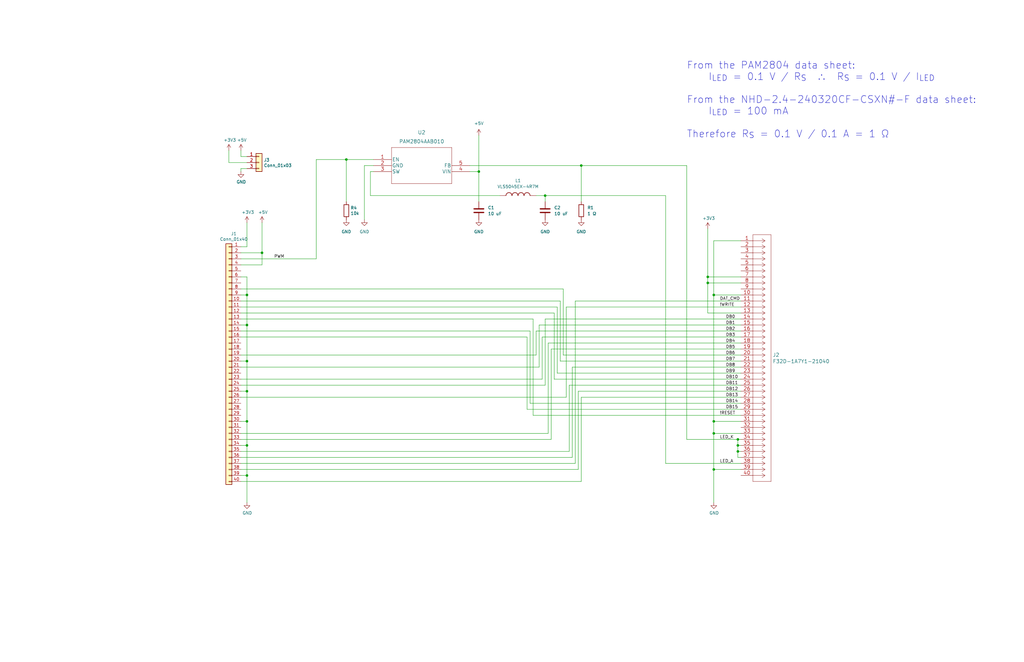
<source format=kicad_sch>
(kicad_sch (version 20211123) (generator eeschema)
  (paper "B")
  (lib_symbols
    (symbol "2022-10-29_21-02-57:F32D-1A7Y1-21040" (pin_names (offset 0.254) hide)
      (property "Reference" "J" (at 8.89 6.35 0))
      (property "Value" "F32D-1A7Y1-21040" (at 10.16 -50.8 0))
      (symbol "F32D-1A7Y1-21040_1_1"
        (polyline (pts (xy 5.08 -101.6) (xy 12.7 -101.6)) (stroke (width 0.127)))
        (polyline (pts (xy 5.08 2.54) (xy 5.08 -101.6)) (stroke (width 0.127)))
        (polyline (pts (xy 10.16 -99.06) (xy 5.08 -99.06)) (stroke (width 0.127)))
        (polyline (pts (xy 10.16 -99.06) (xy 8.89 -99.8982)) (stroke (width 0.127)))
        (polyline (pts (xy 10.16 -99.06) (xy 8.89 -98.2218)) (stroke (width 0.127)))
        (polyline (pts (xy 10.16 -96.52) (xy 5.08 -96.52)) (stroke (width 0.127)))
        (polyline (pts (xy 10.16 -96.52) (xy 8.89 -97.3582)) (stroke (width 0.127)))
        (polyline (pts (xy 10.16 -96.52) (xy 8.89 -95.6818)) (stroke (width 0.127)))
        (polyline (pts (xy 10.16 -93.98) (xy 5.08 -93.98)) (stroke (width 0.127)))
        (polyline (pts (xy 10.16 -93.98) (xy 8.89 -94.8182)) (stroke (width 0.127)))
        (polyline (pts (xy 10.16 -93.98) (xy 8.89 -93.1418)) (stroke (width 0.127)))
        (polyline (pts (xy 10.16 -91.44) (xy 5.08 -91.44)) (stroke (width 0.127)))
        (polyline (pts (xy 10.16 -91.44) (xy 8.89 -92.2782)) (stroke (width 0.127)))
        (polyline (pts (xy 10.16 -91.44) (xy 8.89 -90.6018)) (stroke (width 0.127)))
        (polyline (pts (xy 10.16 -88.9) (xy 5.08 -88.9)) (stroke (width 0.127)))
        (polyline (pts (xy 10.16 -88.9) (xy 8.89 -89.7382)) (stroke (width 0.127)))
        (polyline (pts (xy 10.16 -88.9) (xy 8.89 -88.0618)) (stroke (width 0.127)))
        (polyline (pts (xy 10.16 -86.36) (xy 5.08 -86.36)) (stroke (width 0.127)))
        (polyline (pts (xy 10.16 -86.36) (xy 8.89 -87.1982)) (stroke (width 0.127)))
        (polyline (pts (xy 10.16 -86.36) (xy 8.89 -85.5218)) (stroke (width 0.127)))
        (polyline (pts (xy 10.16 -83.82) (xy 5.08 -83.82)) (stroke (width 0.127)))
        (polyline (pts (xy 10.16 -83.82) (xy 8.89 -84.6582)) (stroke (width 0.127)))
        (polyline (pts (xy 10.16 -83.82) (xy 8.89 -82.9818)) (stroke (width 0.127)))
        (polyline (pts (xy 10.16 -81.28) (xy 5.08 -81.28)) (stroke (width 0.127)))
        (polyline (pts (xy 10.16 -81.28) (xy 8.89 -82.1182)) (stroke (width 0.127)))
        (polyline (pts (xy 10.16 -81.28) (xy 8.89 -80.4418)) (stroke (width 0.127)))
        (polyline (pts (xy 10.16 -78.74) (xy 5.08 -78.74)) (stroke (width 0.127)))
        (polyline (pts (xy 10.16 -78.74) (xy 8.89 -79.5782)) (stroke (width 0.127)))
        (polyline (pts (xy 10.16 -78.74) (xy 8.89 -77.9018)) (stroke (width 0.127)))
        (polyline (pts (xy 10.16 -76.2) (xy 5.08 -76.2)) (stroke (width 0.127)))
        (polyline (pts (xy 10.16 -76.2) (xy 8.89 -77.0382)) (stroke (width 0.127)))
        (polyline (pts (xy 10.16 -76.2) (xy 8.89 -75.3618)) (stroke (width 0.127)))
        (polyline (pts (xy 10.16 -73.66) (xy 5.08 -73.66)) (stroke (width 0.127)))
        (polyline (pts (xy 10.16 -73.66) (xy 8.89 -74.4982)) (stroke (width 0.127)))
        (polyline (pts (xy 10.16 -73.66) (xy 8.89 -72.8218)) (stroke (width 0.127)))
        (polyline (pts (xy 10.16 -71.12) (xy 5.08 -71.12)) (stroke (width 0.127)))
        (polyline (pts (xy 10.16 -71.12) (xy 8.89 -71.9582)) (stroke (width 0.127)))
        (polyline (pts (xy 10.16 -71.12) (xy 8.89 -70.2818)) (stroke (width 0.127)))
        (polyline (pts (xy 10.16 -68.58) (xy 5.08 -68.58)) (stroke (width 0.127)))
        (polyline (pts (xy 10.16 -68.58) (xy 8.89 -69.4182)) (stroke (width 0.127)))
        (polyline (pts (xy 10.16 -68.58) (xy 8.89 -67.7418)) (stroke (width 0.127)))
        (polyline (pts (xy 10.16 -66.04) (xy 5.08 -66.04)) (stroke (width 0.127)))
        (polyline (pts (xy 10.16 -66.04) (xy 8.89 -66.8782)) (stroke (width 0.127)))
        (polyline (pts (xy 10.16 -66.04) (xy 8.89 -65.2018)) (stroke (width 0.127)))
        (polyline (pts (xy 10.16 -63.5) (xy 5.08 -63.5)) (stroke (width 0.127)))
        (polyline (pts (xy 10.16 -63.5) (xy 8.89 -64.3382)) (stroke (width 0.127)))
        (polyline (pts (xy 10.16 -63.5) (xy 8.89 -62.6618)) (stroke (width 0.127)))
        (polyline (pts (xy 10.16 -60.96) (xy 5.08 -60.96)) (stroke (width 0.127)))
        (polyline (pts (xy 10.16 -60.96) (xy 8.89 -61.7982)) (stroke (width 0.127)))
        (polyline (pts (xy 10.16 -60.96) (xy 8.89 -60.1218)) (stroke (width 0.127)))
        (polyline (pts (xy 10.16 -58.42) (xy 5.08 -58.42)) (stroke (width 0.127)))
        (polyline (pts (xy 10.16 -58.42) (xy 8.89 -59.2582)) (stroke (width 0.127)))
        (polyline (pts (xy 10.16 -58.42) (xy 8.89 -57.5818)) (stroke (width 0.127)))
        (polyline (pts (xy 10.16 -55.88) (xy 5.08 -55.88)) (stroke (width 0.127)))
        (polyline (pts (xy 10.16 -55.88) (xy 8.89 -56.7182)) (stroke (width 0.127)))
        (polyline (pts (xy 10.16 -55.88) (xy 8.89 -55.0418)) (stroke (width 0.127)))
        (polyline (pts (xy 10.16 -53.34) (xy 5.08 -53.34)) (stroke (width 0.127)))
        (polyline (pts (xy 10.16 -53.34) (xy 8.89 -54.1782)) (stroke (width 0.127)))
        (polyline (pts (xy 10.16 -53.34) (xy 8.89 -52.5018)) (stroke (width 0.127)))
        (polyline (pts (xy 10.16 -50.8) (xy 5.08 -50.8)) (stroke (width 0.127)))
        (polyline (pts (xy 10.16 -50.8) (xy 8.89 -51.6382)) (stroke (width 0.127)))
        (polyline (pts (xy 10.16 -50.8) (xy 8.89 -49.9618)) (stroke (width 0.127)))
        (polyline (pts (xy 10.16 -48.26) (xy 5.08 -48.26)) (stroke (width 0.127)))
        (polyline (pts (xy 10.16 -48.26) (xy 8.89 -49.0982)) (stroke (width 0.127)))
        (polyline (pts (xy 10.16 -48.26) (xy 8.89 -47.4218)) (stroke (width 0.127)))
        (polyline (pts (xy 10.16 -45.72) (xy 5.08 -45.72)) (stroke (width 0.127)))
        (polyline (pts (xy 10.16 -45.72) (xy 8.89 -46.5582)) (stroke (width 0.127)))
        (polyline (pts (xy 10.16 -45.72) (xy 8.89 -44.8818)) (stroke (width 0.127)))
        (polyline (pts (xy 10.16 -43.18) (xy 5.08 -43.18)) (stroke (width 0.127)))
        (polyline (pts (xy 10.16 -43.18) (xy 8.89 -44.0182)) (stroke (width 0.127)))
        (polyline (pts (xy 10.16 -43.18) (xy 8.89 -42.3418)) (stroke (width 0.127)))
        (polyline (pts (xy 10.16 -40.64) (xy 5.08 -40.64)) (stroke (width 0.127)))
        (polyline (pts (xy 10.16 -40.64) (xy 8.89 -41.4782)) (stroke (width 0.127)))
        (polyline (pts (xy 10.16 -40.64) (xy 8.89 -39.8018)) (stroke (width 0.127)))
        (polyline (pts (xy 10.16 -38.1) (xy 5.08 -38.1)) (stroke (width 0.127)))
        (polyline (pts (xy 10.16 -38.1) (xy 8.89 -38.9382)) (stroke (width 0.127)))
        (polyline (pts (xy 10.16 -38.1) (xy 8.89 -37.2618)) (stroke (width 0.127)))
        (polyline (pts (xy 10.16 -35.56) (xy 5.08 -35.56)) (stroke (width 0.127)))
        (polyline (pts (xy 10.16 -35.56) (xy 8.89 -36.3982)) (stroke (width 0.127)))
        (polyline (pts (xy 10.16 -35.56) (xy 8.89 -34.7218)) (stroke (width 0.127)))
        (polyline (pts (xy 10.16 -33.02) (xy 5.08 -33.02)) (stroke (width 0.127)))
        (polyline (pts (xy 10.16 -33.02) (xy 8.89 -33.8582)) (stroke (width 0.127)))
        (polyline (pts (xy 10.16 -33.02) (xy 8.89 -32.1818)) (stroke (width 0.127)))
        (polyline (pts (xy 10.16 -30.48) (xy 5.08 -30.48)) (stroke (width 0.127)))
        (polyline (pts (xy 10.16 -30.48) (xy 8.89 -31.3182)) (stroke (width 0.127)))
        (polyline (pts (xy 10.16 -30.48) (xy 8.89 -29.6418)) (stroke (width 0.127)))
        (polyline (pts (xy 10.16 -27.94) (xy 5.08 -27.94)) (stroke (width 0.127)))
        (polyline (pts (xy 10.16 -27.94) (xy 8.89 -28.7782)) (stroke (width 0.127)))
        (polyline (pts (xy 10.16 -27.94) (xy 8.89 -27.1018)) (stroke (width 0.127)))
        (polyline (pts (xy 10.16 -25.4) (xy 5.08 -25.4)) (stroke (width 0.127)))
        (polyline (pts (xy 10.16 -25.4) (xy 8.89 -26.2382)) (stroke (width 0.127)))
        (polyline (pts (xy 10.16 -25.4) (xy 8.89 -24.5618)) (stroke (width 0.127)))
        (polyline (pts (xy 10.16 -22.86) (xy 5.08 -22.86)) (stroke (width 0.127)))
        (polyline (pts (xy 10.16 -22.86) (xy 8.89 -23.6982)) (stroke (width 0.127)))
        (polyline (pts (xy 10.16 -22.86) (xy 8.89 -22.0218)) (stroke (width 0.127)))
        (polyline (pts (xy 10.16 -20.32) (xy 5.08 -20.32)) (stroke (width 0.127)))
        (polyline (pts (xy 10.16 -20.32) (xy 8.89 -21.1582)) (stroke (width 0.127)))
        (polyline (pts (xy 10.16 -20.32) (xy 8.89 -19.4818)) (stroke (width 0.127)))
        (polyline (pts (xy 10.16 -17.78) (xy 5.08 -17.78)) (stroke (width 0.127)))
        (polyline (pts (xy 10.16 -17.78) (xy 8.89 -18.6182)) (stroke (width 0.127)))
        (polyline (pts (xy 10.16 -17.78) (xy 8.89 -16.9418)) (stroke (width 0.127)))
        (polyline (pts (xy 10.16 -15.24) (xy 5.08 -15.24)) (stroke (width 0.127)))
        (polyline (pts (xy 10.16 -15.24) (xy 8.89 -16.0782)) (stroke (width 0.127)))
        (polyline (pts (xy 10.16 -15.24) (xy 8.89 -14.4018)) (stroke (width 0.127)))
        (polyline (pts (xy 10.16 -12.7) (xy 5.08 -12.7)) (stroke (width 0.127)))
        (polyline (pts (xy 10.16 -12.7) (xy 8.89 -13.5382)) (stroke (width 0.127)))
        (polyline (pts (xy 10.16 -12.7) (xy 8.89 -11.8618)) (stroke (width 0.127)))
        (polyline (pts (xy 10.16 -10.16) (xy 5.08 -10.16)) (stroke (width 0.127)))
        (polyline (pts (xy 10.16 -10.16) (xy 8.89 -10.9982)) (stroke (width 0.127)))
        (polyline (pts (xy 10.16 -10.16) (xy 8.89 -9.3218)) (stroke (width 0.127)))
        (polyline (pts (xy 10.16 -7.62) (xy 5.08 -7.62)) (stroke (width 0.127)))
        (polyline (pts (xy 10.16 -7.62) (xy 8.89 -8.4582)) (stroke (width 0.127)))
        (polyline (pts (xy 10.16 -7.62) (xy 8.89 -6.7818)) (stroke (width 0.127)))
        (polyline (pts (xy 10.16 -5.08) (xy 5.08 -5.08)) (stroke (width 0.127)))
        (polyline (pts (xy 10.16 -5.08) (xy 8.89 -5.9182)) (stroke (width 0.127)))
        (polyline (pts (xy 10.16 -5.08) (xy 8.89 -4.2418)) (stroke (width 0.127)))
        (polyline (pts (xy 10.16 -2.54) (xy 5.08 -2.54)) (stroke (width 0.127)))
        (polyline (pts (xy 10.16 -2.54) (xy 8.89 -3.3782)) (stroke (width 0.127)))
        (polyline (pts (xy 10.16 -2.54) (xy 8.89 -1.7018)) (stroke (width 0.127)))
        (polyline (pts (xy 10.16 0) (xy 5.08 0)) (stroke (width 0.127)))
        (polyline (pts (xy 10.16 0) (xy 8.89 -0.8382)) (stroke (width 0.127)))
        (polyline (pts (xy 10.16 0) (xy 8.89 0.8382)) (stroke (width 0.127)))
        (polyline (pts (xy 12.7 -101.6) (xy 12.7 2.54)) (stroke (width 0.127)))
        (polyline (pts (xy 12.7 2.54) (xy 5.08 2.54)) (stroke (width 0.127)))
        (pin unspecified line (at 0 0 0) (length 5.08) (name "1") (number "1"))
        (pin unspecified line (at 0 -22.86 0) (length 5.08) (name "10") (number "10"))
        (pin unspecified line (at 0 -25.4 0) (length 5.08) (name "11") (number "11"))
        (pin unspecified line (at 0 -27.94 0) (length 5.08) (name "12") (number "12"))
        (pin unspecified line (at 0 -30.48 0) (length 5.08) (name "13") (number "13"))
        (pin unspecified line (at 0 -33.02 0) (length 5.08) (name "14") (number "14"))
        (pin unspecified line (at 0 -35.56 0) (length 5.08) (name "15") (number "15"))
        (pin unspecified line (at 0 -38.1 0) (length 5.08) (name "16") (number "16"))
        (pin unspecified line (at 0 -40.64 0) (length 5.08) (name "17") (number "17"))
        (pin unspecified line (at 0 -43.18 0) (length 5.08) (name "18") (number "18"))
        (pin unspecified line (at 0 -45.72 0) (length 5.08) (name "19") (number "19"))
        (pin unspecified line (at 0 -2.54 0) (length 5.08) (name "2") (number "2"))
        (pin unspecified line (at 0 -48.26 0) (length 5.08) (name "20") (number "20"))
        (pin unspecified line (at 0 -50.8 0) (length 5.08) (name "21") (number "21"))
        (pin unspecified line (at 0 -53.34 0) (length 5.08) (name "22") (number "22"))
        (pin unspecified line (at 0 -55.88 0) (length 5.08) (name "23") (number "23"))
        (pin unspecified line (at 0 -58.42 0) (length 5.08) (name "24") (number "24"))
        (pin unspecified line (at 0 -60.96 0) (length 5.08) (name "25") (number "25"))
        (pin unspecified line (at 0 -63.5 0) (length 5.08) (name "26") (number "26"))
        (pin unspecified line (at 0 -66.04 0) (length 5.08) (name "27") (number "27"))
        (pin unspecified line (at 0 -68.58 0) (length 5.08) (name "28") (number "28"))
        (pin unspecified line (at 0 -71.12 0) (length 5.08) (name "29") (number "29"))
        (pin unspecified line (at 0 -5.08 0) (length 5.08) (name "3") (number "3"))
        (pin unspecified line (at 0 -73.66 0) (length 5.08) (name "30") (number "30"))
        (pin unspecified line (at 0 -76.2 0) (length 5.08) (name "31") (number "31"))
        (pin unspecified line (at 0 -78.74 0) (length 5.08) (name "32") (number "32"))
        (pin unspecified line (at 0 -81.28 0) (length 5.08) (name "33") (number "33"))
        (pin unspecified line (at 0 -83.82 0) (length 5.08) (name "34") (number "34"))
        (pin unspecified line (at 0 -86.36 0) (length 5.08) (name "35") (number "35"))
        (pin unspecified line (at 0 -88.9 0) (length 5.08) (name "36") (number "36"))
        (pin unspecified line (at 0 -91.44 0) (length 5.08) (name "37") (number "37"))
        (pin unspecified line (at 0 -93.98 0) (length 5.08) (name "38") (number "38"))
        (pin unspecified line (at 0 -96.52 0) (length 5.08) (name "39") (number "39"))
        (pin unspecified line (at 0 -7.62 0) (length 5.08) (name "4") (number "4"))
        (pin unspecified line (at 0 -99.06 0) (length 5.08) (name "40") (number "40"))
        (pin unspecified line (at 0 -10.16 0) (length 5.08) (name "5") (number "5"))
        (pin unspecified line (at 0 -12.7 0) (length 5.08) (name "6") (number "6"))
        (pin unspecified line (at 0 -15.24 0) (length 5.08) (name "7") (number "7"))
        (pin unspecified line (at 0 -17.78 0) (length 5.08) (name "8") (number "8"))
        (pin unspecified line (at 0 -20.32 0) (length 5.08) (name "9") (number "9"))
      )
    )
    (symbol "Connector_Generic:Conn_01x03" (pin_names (offset 1.016) hide)
      (property "Reference" "J" (at 0 5.08 0))
      (property "Value" "Conn_01x03" (at 0 -5.08 0))
      (symbol "Conn_01x03_1_1"
        (rectangle (start -1.27 -2.413) (end 0 -2.667) (stroke (width 0.1524)))
        (rectangle (start -1.27 0.127) (end 0 -0.127) (stroke (width 0.1524)))
        (rectangle (start -1.27 2.667) (end 0 2.413) (stroke (width 0.1524)))
        (rectangle (start -1.27 3.81) (end 1.27 -3.81) (stroke (width 0.254)) (fill (type background)))
        (pin passive line (at -5.08 2.54 0) (length 3.81) (name "Pin_1") (number "1"))
        (pin passive line (at -5.08 0 0) (length 3.81) (name "Pin_2") (number "2"))
        (pin passive line (at -5.08 -2.54 0) (length 3.81) (name "Pin_3") (number "3"))
      )
    )
    (symbol "Connector_Generic:Conn_01x40" (pin_names (offset 1.016) hide)
      (property "Reference" "J" (at 0 50.8 0))
      (property "Value" "Conn_01x40" (at 0 -53.34 0))
      (symbol "Conn_01x40_1_1"
        (rectangle (start -1.27 -50.673) (end 0 -50.927) (stroke (width 0.1524)))
        (rectangle (start -1.27 -48.133) (end 0 -48.387) (stroke (width 0.1524)))
        (rectangle (start -1.27 -45.593) (end 0 -45.847) (stroke (width 0.1524)))
        (rectangle (start -1.27 -43.053) (end 0 -43.307) (stroke (width 0.1524)))
        (rectangle (start -1.27 -40.513) (end 0 -40.767) (stroke (width 0.1524)))
        (rectangle (start -1.27 -37.973) (end 0 -38.227) (stroke (width 0.1524)))
        (rectangle (start -1.27 -35.433) (end 0 -35.687) (stroke (width 0.1524)))
        (rectangle (start -1.27 -32.893) (end 0 -33.147) (stroke (width 0.1524)))
        (rectangle (start -1.27 -30.353) (end 0 -30.607) (stroke (width 0.1524)))
        (rectangle (start -1.27 -27.813) (end 0 -28.067) (stroke (width 0.1524)))
        (rectangle (start -1.27 -25.273) (end 0 -25.527) (stroke (width 0.1524)))
        (rectangle (start -1.27 -22.733) (end 0 -22.987) (stroke (width 0.1524)))
        (rectangle (start -1.27 -20.193) (end 0 -20.447) (stroke (width 0.1524)))
        (rectangle (start -1.27 -17.653) (end 0 -17.907) (stroke (width 0.1524)))
        (rectangle (start -1.27 -15.113) (end 0 -15.367) (stroke (width 0.1524)))
        (rectangle (start -1.27 -12.573) (end 0 -12.827) (stroke (width 0.1524)))
        (rectangle (start -1.27 -10.033) (end 0 -10.287) (stroke (width 0.1524)))
        (rectangle (start -1.27 -7.493) (end 0 -7.747) (stroke (width 0.1524)))
        (rectangle (start -1.27 -4.953) (end 0 -5.207) (stroke (width 0.1524)))
        (rectangle (start -1.27 -2.413) (end 0 -2.667) (stroke (width 0.1524)))
        (rectangle (start -1.27 0.127) (end 0 -0.127) (stroke (width 0.1524)))
        (rectangle (start -1.27 2.667) (end 0 2.413) (stroke (width 0.1524)))
        (rectangle (start -1.27 5.207) (end 0 4.953) (stroke (width 0.1524)))
        (rectangle (start -1.27 7.747) (end 0 7.493) (stroke (width 0.1524)))
        (rectangle (start -1.27 10.287) (end 0 10.033) (stroke (width 0.1524)))
        (rectangle (start -1.27 12.827) (end 0 12.573) (stroke (width 0.1524)))
        (rectangle (start -1.27 15.367) (end 0 15.113) (stroke (width 0.1524)))
        (rectangle (start -1.27 17.907) (end 0 17.653) (stroke (width 0.1524)))
        (rectangle (start -1.27 20.447) (end 0 20.193) (stroke (width 0.1524)))
        (rectangle (start -1.27 22.987) (end 0 22.733) (stroke (width 0.1524)))
        (rectangle (start -1.27 25.527) (end 0 25.273) (stroke (width 0.1524)))
        (rectangle (start -1.27 28.067) (end 0 27.813) (stroke (width 0.1524)))
        (rectangle (start -1.27 30.607) (end 0 30.353) (stroke (width 0.1524)))
        (rectangle (start -1.27 33.147) (end 0 32.893) (stroke (width 0.1524)))
        (rectangle (start -1.27 35.687) (end 0 35.433) (stroke (width 0.1524)))
        (rectangle (start -1.27 38.227) (end 0 37.973) (stroke (width 0.1524)))
        (rectangle (start -1.27 40.767) (end 0 40.513) (stroke (width 0.1524)))
        (rectangle (start -1.27 43.307) (end 0 43.053) (stroke (width 0.1524)))
        (rectangle (start -1.27 45.847) (end 0 45.593) (stroke (width 0.1524)))
        (rectangle (start -1.27 48.387) (end 0 48.133) (stroke (width 0.1524)))
        (rectangle (start -1.27 49.53) (end 1.27 -52.07) (stroke (width 0.254)) (fill (type background)))
        (pin passive line (at -5.08 48.26 0) (length 3.81) (name "Pin_1") (number "1"))
        (pin passive line (at -5.08 25.4 0) (length 3.81) (name "Pin_10") (number "10"))
        (pin passive line (at -5.08 22.86 0) (length 3.81) (name "Pin_11") (number "11"))
        (pin passive line (at -5.08 20.32 0) (length 3.81) (name "Pin_12") (number "12"))
        (pin passive line (at -5.08 17.78 0) (length 3.81) (name "Pin_13") (number "13"))
        (pin passive line (at -5.08 15.24 0) (length 3.81) (name "Pin_14") (number "14"))
        (pin passive line (at -5.08 12.7 0) (length 3.81) (name "Pin_15") (number "15"))
        (pin passive line (at -5.08 10.16 0) (length 3.81) (name "Pin_16") (number "16"))
        (pin passive line (at -5.08 7.62 0) (length 3.81) (name "Pin_17") (number "17"))
        (pin passive line (at -5.08 5.08 0) (length 3.81) (name "Pin_18") (number "18"))
        (pin passive line (at -5.08 2.54 0) (length 3.81) (name "Pin_19") (number "19"))
        (pin passive line (at -5.08 45.72 0) (length 3.81) (name "Pin_2") (number "2"))
        (pin passive line (at -5.08 0 0) (length 3.81) (name "Pin_20") (number "20"))
        (pin passive line (at -5.08 -2.54 0) (length 3.81) (name "Pin_21") (number "21"))
        (pin passive line (at -5.08 -5.08 0) (length 3.81) (name "Pin_22") (number "22"))
        (pin passive line (at -5.08 -7.62 0) (length 3.81) (name "Pin_23") (number "23"))
        (pin passive line (at -5.08 -10.16 0) (length 3.81) (name "Pin_24") (number "24"))
        (pin passive line (at -5.08 -12.7 0) (length 3.81) (name "Pin_25") (number "25"))
        (pin passive line (at -5.08 -15.24 0) (length 3.81) (name "Pin_26") (number "26"))
        (pin passive line (at -5.08 -17.78 0) (length 3.81) (name "Pin_27") (number "27"))
        (pin passive line (at -5.08 -20.32 0) (length 3.81) (name "Pin_28") (number "28"))
        (pin passive line (at -5.08 -22.86 0) (length 3.81) (name "Pin_29") (number "29"))
        (pin passive line (at -5.08 43.18 0) (length 3.81) (name "Pin_3") (number "3"))
        (pin passive line (at -5.08 -25.4 0) (length 3.81) (name "Pin_30") (number "30"))
        (pin passive line (at -5.08 -27.94 0) (length 3.81) (name "Pin_31") (number "31"))
        (pin passive line (at -5.08 -30.48 0) (length 3.81) (name "Pin_32") (number "32"))
        (pin passive line (at -5.08 -33.02 0) (length 3.81) (name "Pin_33") (number "33"))
        (pin passive line (at -5.08 -35.56 0) (length 3.81) (name "Pin_34") (number "34"))
        (pin passive line (at -5.08 -38.1 0) (length 3.81) (name "Pin_35") (number "35"))
        (pin passive line (at -5.08 -40.64 0) (length 3.81) (name "Pin_36") (number "36"))
        (pin passive line (at -5.08 -43.18 0) (length 3.81) (name "Pin_37") (number "37"))
        (pin passive line (at -5.08 -45.72 0) (length 3.81) (name "Pin_38") (number "38"))
        (pin passive line (at -5.08 -48.26 0) (length 3.81) (name "Pin_39") (number "39"))
        (pin passive line (at -5.08 40.64 0) (length 3.81) (name "Pin_4") (number "4"))
        (pin passive line (at -5.08 -50.8 0) (length 3.81) (name "Pin_40") (number "40"))
        (pin passive line (at -5.08 38.1 0) (length 3.81) (name "Pin_5") (number "5"))
        (pin passive line (at -5.08 35.56 0) (length 3.81) (name "Pin_6") (number "6"))
        (pin passive line (at -5.08 33.02 0) (length 3.81) (name "Pin_7") (number "7"))
        (pin passive line (at -5.08 30.48 0) (length 3.81) (name "Pin_8") (number "8"))
        (pin passive line (at -5.08 27.94 0) (length 3.81) (name "Pin_9") (number "9"))
      )
    )
    (symbol "Device:C" (pin_numbers hide) (pin_names (offset 0.254))
      (property "Reference" "C" (at 0.635 2.54 0))
      (property "Value" "C" (at 0.635 -2.54 0))
      (symbol "C_0_1"
        (polyline (pts (xy -2.032 -0.762) (xy 2.032 -0.762)) (stroke (width 0.508)))
        (polyline (pts (xy -2.032 0.762) (xy 2.032 0.762)) (stroke (width 0.508)))
      )
      (symbol "C_1_1"
        (pin passive line (at 0 3.81 270) (length 2.794) (name "~") (number "1"))
        (pin passive line (at 0 -3.81 90) (length 2.794) (name "~") (number "2"))
      )
    )
    (symbol "Device:R" (pin_numbers hide) (pin_names (offset 0))
      (property "Reference" "R" (at 2.032 0 90))
      (property "Value" "R" (at 0 0 90))
      (symbol "R_0_1"
        (rectangle (start -1.016 -2.54) (end 1.016 2.54) (stroke (width 0.254)))
      )
      (symbol "R_1_1"
        (pin passive line (at 0 3.81 270) (length 1.27) (name "~") (number "1"))
        (pin passive line (at 0 -3.81 90) (length 1.27) (name "~") (number "2"))
      )
    )
    (symbol "PAM2804AAB010:PAM2804AAB010" (pin_names (offset 0.254))
      (property "Reference" "U" (at 20.32 10.16 0))
      (property "Value" "PAM2804AAB010" (at 20.32 7.62 0))
      (symbol "PAM2804AAB010_1_1"
        (polyline (pts (xy 7.62 -10.16) (xy 33.02 -10.16)) (stroke (width 0.127)))
        (polyline (pts (xy 7.62 5.08) (xy 7.62 -10.16)) (stroke (width 0.127)))
        (polyline (pts (xy 33.02 -10.16) (xy 33.02 5.08)) (stroke (width 0.127)))
        (polyline (pts (xy 33.02 5.08) (xy 7.62 5.08)) (stroke (width 0.127)))
        (pin input line (at 0 0 0) (length 7.62) (name "EN") (number "1"))
        (pin power_in line (at 0 -2.54 0) (length 7.62) (name "GND") (number "2"))
        (pin power_in line (at 0 -5.08 0) (length 7.62) (name "SW") (number "3"))
        (pin power_in line (at 40.64 -5.08 180) (length 7.62) (name "VIN") (number "4"))
        (pin input line (at 40.64 -2.54 180) (length 7.62) (name "FB") (number "5"))
      )
    )
    (symbol "VLS5045EX-4R7M:VLS5045EX-4R7M" (pin_numbers hide) (pin_names (offset 1.016) hide)
      (property "Reference" "L" (at -5.08 5.08 0))
      (property "Value" "VLS5045EX-4R7M" (at -5.08 -2.54 0))
      (symbol "VLS5045EX-4R7M_0_0"
        (arc (start -3.81 1.27) (mid -4.708 0.898) (end -5.08 0) (stroke (width 0.254)))
        (arc (start -2.54 0) (mid -2.912 0.898) (end -3.81 1.27) (stroke (width 0.254)))
        (arc (start -1.27 1.27) (mid -2.168 0.898) (end -2.54 0) (stroke (width 0.254)))
        (arc (start 0 0) (mid -0.372 0.898) (end -1.27 1.27) (stroke (width 0.254)))
        (arc (start 1.27 1.27) (mid 0.372 0.898) (end 0 0) (stroke (width 0.254)))
        (arc (start 2.54 0) (mid 2.168 0.898) (end 1.27 1.27) (stroke (width 0.254)))
        (arc (start 3.81 1.27) (mid 2.912 0.898) (end 2.54 0) (stroke (width 0.254)))
        (arc (start 5.08 0) (mid 4.708 0.898) (end 3.81 1.27) (stroke (width 0.254)))
        (pin passive line (at -7.62 0 0) (length 2.54) (name "~") (number "1"))
        (pin passive line (at 7.62 0 180) (length 2.54) (name "~") (number "2"))
      )
    )
    (symbol "power:+3V3" (power) (pin_names (offset 0))
      (property "Value" "+3V3" (at 0 3.556 0))
      (symbol "+3V3_0_1"
        (polyline (pts (xy -0.762 1.27) (xy 0 2.54)))
        (polyline (pts (xy 0 0) (xy 0 2.54)))
        (polyline (pts (xy 0 2.54) (xy 0.762 1.27)))
      )
      (symbol "+3V3_1_1"
        (pin power_in line (at 0 0 90) (length 0) hide (name "+3V3") (number "1"))
      )
    )
    (symbol "power:+5V" (power) (pin_names (offset 0))
      (property "Value" "+5V" (at 0 3.556 0))
      (symbol "+5V_0_1"
        (polyline (pts (xy -0.762 1.27) (xy 0 2.54)))
        (polyline (pts (xy 0 0) (xy 0 2.54)))
        (polyline (pts (xy 0 2.54) (xy 0.762 1.27)))
      )
      (symbol "+5V_1_1"
        (pin power_in line (at 0 0 90) (length 0) hide (name "+5V") (number "1"))
      )
    )
    (symbol "power:GND" (power) (pin_names (offset 0))
      (property "Value" "GND" (at 0 -3.81 0))
      (symbol "GND_0_1"
        (polyline (pts (xy 0 0) (xy 0 -1.27) (xy 1.27 -1.27) (xy 0 -2.54) (xy -1.27 -1.27) (xy 0 -1.27)))
      )
      (symbol "GND_1_1"
        (pin power_in line (at 0 0 270) (length 0) hide (name "GND") (number "1"))
      )
    )
  )
  (junction (at 229.87 82.55))
  (junction (at 104.14 187.96))
  (junction (at 110.49 106.68))
  (junction (at 300.99 177.8))
  (junction (at 146.05 67.31))
  (junction (at 104.14 152.4))
  (junction (at 298.45 116.84))
  (junction (at 104.14 124.46))
  (junction (at 300.99 198.12))
  (junction (at 300.99 124.46))
  (junction (at 104.14 137.16))
  (junction (at 201.93 72.39))
  (junction (at 245.11 69.85))
  (junction (at 311.15 190.5))
  (junction (at 298.45 119.38))
  (junction (at 104.14 165.1))
  (junction (at 104.14 177.8))
  (junction (at 311.15 185.42))
  (junction (at 300.99 182.88))
  (junction (at 104.14 200.66))
  (junction (at 311.15 187.96))
  (wire (pts (xy 226.06 82.55) (xy 229.87 82.55)))
  (wire (pts (xy 101.6 121.92) (xy 237.49 121.92)))
  (wire (pts (xy 101.6 165.1) (xy 104.14 165.1)))
  (wire (pts (xy 228.6 142.24) (xy 312.42 142.24)))
  (wire (pts (xy 101.6 134.62) (xy 224.79 134.62)))
  (wire (pts (xy 223.52 139.7) (xy 223.52 170.18)))
  (wire (pts (xy 101.6 203.2) (xy 245.11 203.2)))
  (wire (pts (xy 233.68 160.02) (xy 312.42 160.02)))
  (wire (pts (xy 241.3 193.04) (xy 241.3 154.94)))
  (wire (pts (xy 237.49 149.86) (xy 312.42 149.86)))
  (wire (pts (xy 101.6 154.94) (xy 227.33 154.94)))
  (wire (pts (xy 104.14 124.46) (xy 104.14 137.16)))
  (wire (pts (xy 222.25 142.24) (xy 222.25 172.72)))
  (wire (pts (xy 101.6 139.7) (xy 223.52 139.7)))
  (wire (pts (xy 311.15 187.96) (xy 311.15 185.42)))
  (wire (pts (xy 198.12 69.85) (xy 245.11 69.85)))
  (wire (pts (xy 240.03 190.5) (xy 240.03 162.56)))
  (wire (pts (xy 110.49 111.76) (xy 101.6 111.76)))
  (wire (pts (xy 245.11 69.85) (xy 289.56 69.85)))
  (wire (pts (xy 146.05 67.31) (xy 146.05 85.09)))
  (wire (pts (xy 110.49 93.98) (xy 110.49 106.68)))
  (wire (pts (xy 101.6 152.4) (xy 104.14 152.4)))
  (wire (pts (xy 96.52 68.58) (xy 96.52 63.5)))
  (wire (pts (xy 312.42 198.12) (xy 300.99 198.12)))
  (wire (pts (xy 104.14 66.04) (xy 101.6 66.04)))
  (wire (pts (xy 300.99 177.8) (xy 300.99 124.46)))
  (wire (pts (xy 312.42 101.6) (xy 300.99 101.6)))
  (wire (pts (xy 104.14 68.58) (xy 96.52 68.58)))
  (wire (pts (xy 229.87 134.62) (xy 312.42 134.62)))
  (wire (pts (xy 312.42 182.88) (xy 300.99 182.88)))
  (wire (pts (xy 101.6 71.12) (xy 101.6 72.39)))
  (wire (pts (xy 101.6 127) (xy 236.22 127)))
  (wire (pts (xy 101.6 187.96) (xy 104.14 187.96)))
  (wire (pts (xy 231.14 144.78) (xy 312.42 144.78)))
  (wire (pts (xy 101.6 200.66) (xy 104.14 200.66)))
  (wire (pts (xy 226.06 139.7) (xy 312.42 139.7)))
  (wire (pts (xy 223.52 170.18) (xy 312.42 170.18)))
  (wire (pts (xy 101.6 116.84) (xy 104.14 116.84)))
  (wire (pts (xy 298.45 119.38) (xy 298.45 116.84)))
  (wire (pts (xy 198.12 72.39) (xy 201.93 72.39)))
  (wire (pts (xy 227.33 137.16) (xy 312.42 137.16)))
  (wire (pts (xy 156.21 82.55) (xy 210.82 82.55)))
  (wire (pts (xy 227.33 154.94) (xy 227.33 137.16)))
  (wire (pts (xy 312.42 190.5) (xy 311.15 190.5)))
  (wire (pts (xy 312.42 185.42) (xy 311.15 185.42)))
  (wire (pts (xy 298.45 132.08) (xy 298.45 119.38)))
  (wire (pts (xy 226.06 149.86) (xy 226.06 139.7)))
  (wire (pts (xy 229.87 162.56) (xy 229.87 134.62)))
  (wire (pts (xy 201.93 57.15) (xy 201.93 72.39)))
  (wire (pts (xy 157.48 67.31) (xy 146.05 67.31)))
  (wire (pts (xy 237.49 121.92) (xy 237.49 149.86)))
  (wire (pts (xy 101.6 162.56) (xy 229.87 162.56)))
  (wire (pts (xy 101.6 142.24) (xy 222.25 142.24)))
  (wire (pts (xy 312.42 177.8) (xy 300.99 177.8)))
  (wire (pts (xy 312.42 132.08) (xy 298.45 132.08)))
  (wire (pts (xy 104.14 200.66) (xy 104.14 212.09)))
  (wire (pts (xy 101.6 66.04) (xy 101.6 63.5)))
  (wire (pts (xy 101.6 193.04) (xy 241.3 193.04)))
  (wire (pts (xy 241.3 154.94) (xy 312.42 154.94)))
  (wire (pts (xy 300.99 101.6) (xy 300.99 124.46)))
  (wire (pts (xy 101.6 106.68) (xy 110.49 106.68)))
  (wire (pts (xy 104.14 93.98) (xy 104.14 104.14)))
  (wire (pts (xy 101.6 104.14) (xy 104.14 104.14)))
  (wire (pts (xy 233.68 132.08) (xy 233.68 160.02)))
  (wire (pts (xy 280.67 82.55) (xy 280.67 195.58)))
  (wire (pts (xy 104.14 116.84) (xy 104.14 124.46)))
  (wire (pts (xy 234.95 129.54) (xy 234.95 157.48)))
  (wire (pts (xy 289.56 69.85) (xy 289.56 185.42)))
  (wire (pts (xy 298.45 116.84) (xy 312.42 116.84)))
  (wire (pts (xy 300.99 198.12) (xy 300.99 182.88)))
  (wire (pts (xy 101.6 177.8) (xy 104.14 177.8)))
  (wire (pts (xy 101.6 182.88) (xy 231.14 182.88)))
  (wire (pts (xy 312.42 119.38) (xy 298.45 119.38)))
  (wire (pts (xy 104.14 152.4) (xy 104.14 165.1)))
  (wire (pts (xy 157.48 72.39) (xy 156.21 72.39)))
  (wire (pts (xy 311.15 193.04) (xy 311.15 190.5)))
  (wire (pts (xy 133.35 109.22) (xy 101.6 109.22)))
  (wire (pts (xy 101.6 160.02) (xy 228.6 160.02)))
  (wire (pts (xy 238.76 167.64) (xy 238.76 129.54)))
  (wire (pts (xy 146.05 67.31) (xy 133.35 67.31)))
  (wire (pts (xy 101.6 190.5) (xy 240.03 190.5)))
  (wire (pts (xy 104.14 177.8) (xy 104.14 187.96)))
  (wire (pts (xy 101.6 195.58) (xy 242.57 195.58)))
  (wire (pts (xy 101.6 185.42) (xy 232.41 185.42)))
  (wire (pts (xy 312.42 193.04) (xy 311.15 193.04)))
  (wire (pts (xy 101.6 124.46) (xy 104.14 124.46)))
  (wire (pts (xy 104.14 71.12) (xy 101.6 71.12)))
  (wire (pts (xy 245.11 69.85) (xy 245.11 85.09)))
  (wire (pts (xy 243.84 165.1) (xy 312.42 165.1)))
  (wire (pts (xy 110.49 106.68) (xy 110.49 111.76)))
  (wire (pts (xy 153.67 69.85) (xy 153.67 92.71)))
  (wire (pts (xy 236.22 127) (xy 236.22 152.4)))
  (wire (pts (xy 101.6 198.12) (xy 243.84 198.12)))
  (wire (pts (xy 298.45 96.52) (xy 298.45 116.84)))
  (wire (pts (xy 156.21 72.39) (xy 156.21 82.55)))
  (wire (pts (xy 312.42 187.96) (xy 311.15 187.96)))
  (wire (pts (xy 104.14 165.1) (xy 104.14 177.8)))
  (wire (pts (xy 300.99 212.09) (xy 300.99 198.12)))
  (wire (pts (xy 300.99 182.88) (xy 300.99 177.8)))
  (wire (pts (xy 104.14 187.96) (xy 104.14 200.66)))
  (wire (pts (xy 242.57 127) (xy 312.42 127)))
  (wire (pts (xy 101.6 167.64) (xy 238.76 167.64)))
  (wire (pts (xy 222.25 172.72) (xy 312.42 172.72)))
  (wire (pts (xy 201.93 72.39) (xy 201.93 85.09)))
  (wire (pts (xy 224.79 175.26) (xy 312.42 175.26)))
  (wire (pts (xy 311.15 190.5) (xy 311.15 187.96)))
  (wire (pts (xy 238.76 129.54) (xy 312.42 129.54)))
  (wire (pts (xy 232.41 185.42) (xy 232.41 147.32)))
  (wire (pts (xy 231.14 182.88) (xy 231.14 144.78)))
  (wire (pts (xy 101.6 149.86) (xy 226.06 149.86)))
  (wire (pts (xy 243.84 198.12) (xy 243.84 165.1)))
  (wire (pts (xy 234.95 157.48) (xy 312.42 157.48)))
  (wire (pts (xy 240.03 162.56) (xy 312.42 162.56)))
  (wire (pts (xy 311.15 185.42) (xy 289.56 185.42)))
  (wire (pts (xy 228.6 160.02) (xy 228.6 142.24)))
  (wire (pts (xy 312.42 195.58) (xy 280.67 195.58)))
  (wire (pts (xy 245.11 203.2) (xy 245.11 167.64)))
  (wire (pts (xy 104.14 137.16) (xy 104.14 152.4)))
  (wire (pts (xy 300.99 124.46) (xy 312.42 124.46)))
  (wire (pts (xy 236.22 152.4) (xy 312.42 152.4)))
  (wire (pts (xy 242.57 195.58) (xy 242.57 127)))
  (wire (pts (xy 133.35 67.31) (xy 133.35 109.22)))
  (wire (pts (xy 229.87 82.55) (xy 229.87 85.09)))
  (wire (pts (xy 101.6 137.16) (xy 104.14 137.16)))
  (wire (pts (xy 101.6 129.54) (xy 234.95 129.54)))
  (wire (pts (xy 101.6 132.08) (xy 233.68 132.08)))
  (wire (pts (xy 157.48 69.85) (xy 153.67 69.85)))
  (wire (pts (xy 232.41 147.32) (xy 312.42 147.32)))
  (wire (pts (xy 229.87 82.55) (xy 280.67 82.55)))
  (wire (pts (xy 224.79 134.62) (xy 224.79 175.26)))
  (wire (pts (xy 245.11 167.64) (xy 312.42 167.64)))
  (text "From the PAM2804 data sheet:\n    I_{LED} = 0.1 V / R_{S}  ∴  R_{S} = 0.1 V / I_{LED}\n\nFrom the NHD-2.4-240320CF-CSXN#-F data sheet:\n    I_{LED} = 100 mA\n\nTherefore R_{S} = 0.1 V / 0.1 A = 1 Ω" (at 289.56 58.42 0) (effects (font (size 3 3)) (justify left bottom)))
  (label "DAT_CMD" (at 303.53 127 0))
  (label "DB7" (at 306.07 152.4 0))
  (label "PWM" (at 115.57 109.22 0))
  (label "LED_A" (at 303.53 195.58 0))
  (label "!WRITE" (at 303.53 129.54 0))
  (label "DB13" (at 306.07 167.64 0))
  (label "DB2" (at 306.07 139.7 0))
  (label "DB10" (at 306.07 160.02 0))
  (label "DB14" (at 306.07 170.18 0))
  (label "DB15" (at 306.07 172.72 0))
  (label "DB11" (at 306.07 162.56 0))
  (label "LED_K" (at 303.53 185.42 0))
  (label "DB1" (at 306.07 137.16 0))
  (label "DB0" (at 306.07 134.62 0))
  (label "DB3" (at 306.07 142.24 0))
  (label "DB8" (at 306.07 154.94 0))
  (label "DB9" (at 306.07 157.48 0))
  (label "DB6" (at 306.07 149.86 0))
  (label "!RESET" (at 303.53 175.26 0))
  (label "DB4" (at 306.07 144.78 0))
  (label "DB5" (at 306.07 147.32 0))
  (label "DB12" (at 306.07 165.1 0))
  (symbol (lib_id "2022-10-29_21-02-57:F32D-1A7Y1-21040") (at 312.42 101.6 0) (unit 1)
    (property "Reference" "J2" (at 325.8312 149.7838 0) (effects (font (size 1.524 1.524)) (justify left)))
    (property "Value" "F32D-1A7Y1-21040" (at 325.8312 152.4762 0) (effects (font (size 1.524 1.524)) (justify left)))
    (property "Footprint" "small-display-pi-attachment:F32D-1A7Y1-21040" (effects hide))
  )
  (symbol (lib_id "Connector_Generic:Conn_01x40") (at 96.52 152.4 0) (mirror y) (unit 1)
    (property "Reference" "J1" (at 98.6028 98.6282 0))
    (property "Value" "Conn_01x40" (at 98.6028 100.9396 0))
    (property "Footprint" "Connector_PinSocket_2.54mm:PinSocket_2x20_P2.54mm_Vertical" (effects hide))
  )
  (symbol (lib_id "power:GND") (at 300.99 212.09 0) (unit 1)
    (property "Reference" "#PWR0102" (effects hide))
    (property "Value" "GND" (at 301.117 216.4842 0))
  )
  (symbol (lib_id "power:GND") (at 104.14 212.09 0) (unit 1)
    (property "Reference" "#PWR0101" (effects hide))
    (property "Value" "GND" (at 104.267 216.4842 0))
  )
  (symbol (lib_id "Device:R") (at 146.05 88.9 0) (unit 1)
    (property "Reference" "R4" (at 147.828 87.7316 0) (effects (justify left)))
    (property "Value" "10k" (at 147.828 90.043 0) (effects (justify left)))
    (property "Footprint" "Resistor_SMD:R_0603_1608Metric" (effects hide))
  )
  (symbol (lib_id "power:+3V3") (at 298.45 96.52 0) (unit 1)
    (property "Reference" "#PWR0103" (effects hide))
    (property "Value" "+3V3" (at 298.831 92.1258 0))
  )
  (symbol (lib_id "power:+3V3") (at 104.14 93.98 0) (unit 1)
    (property "Reference" "#PWR0104" (effects hide))
    (property "Value" "+3V3" (at 104.521 89.5858 0))
  )
  (symbol (lib_id "power:+5V") (at 110.49 93.98 0) (unit 1)
    (property "Reference" "#PWR0105" (effects hide))
    (property "Value" "+5V" (at 110.871 89.5858 0))
  )
  (symbol (lib_id "Connector_Generic:Conn_01x03") (at 109.22 68.58 0) (unit 1)
    (property "Reference" "J3" (at 111.252 67.5132 0) (effects (justify left)))
    (property "Value" "Conn_01x03" (at 111.252 69.8246 0) (effects (justify left)))
    (property "Footprint" "Connector_PinHeader_2.54mm:PinHeader_1x03_P2.54mm_Vertical" (effects hide))
  )
  (symbol (lib_id "power:+5V") (at 101.6 63.5 0) (unit 1)
    (property "Reference" "#PWR0116" (effects hide))
    (property "Value" "+5V" (at 101.981 59.1058 0))
  )
  (symbol (lib_id "power:+3V3") (at 96.52 63.5 0) (unit 1)
    (property "Reference" "#PWR0117" (effects hide))
    (property "Value" "+3V3" (at 96.901 59.1058 0))
  )
  (symbol (lib_id "power:GND") (at 101.6 72.39 0) (unit 1)
    (property "Reference" "#PWR0118" (effects hide))
    (property "Value" "GND" (at 101.727 76.7842 0))
  )
  (symbol (lib_id "power:+5V") (at 201.93 57.15 0) (unit 1)
    (property "Reference" "#PWR0106" (effects hide))
    (property "Value" "+5V" (at 201.93 52.07 0))
  )
  (symbol (lib_id "Device:R") (at 245.11 88.9 0) (unit 1)
    (property "Reference" "R1" (at 247.65 87.6299 0) (effects (justify left)))
    (property "Value" "1 Ω" (at 247.65 90.1699 0) (effects (justify left)))
    (property "Footprint" "Resistor_SMD:R_0603_1608Metric" (effects hide))
  )
  (symbol (lib_id "Device:C") (at 201.93 88.9 0) (unit 1)
    (property "Reference" "C1" (at 205.74 87.6299 0) (effects (justify left)))
    (property "Value" "10 uF" (at 205.74 90.1699 0) (effects (justify left)))
    (property "Footprint" "Capacitor_SMD:C_0603_1608Metric" (effects hide))
  )
  (symbol (lib_id "Device:C") (at 229.87 88.9 0) (unit 1)
    (property "Reference" "C2" (at 233.68 87.6299 0) (effects (justify left)))
    (property "Value" "10 uF" (at 233.68 90.1699 0) (effects (justify left)))
    (property "Footprint" "Capacitor_SMD:C_0603_1608Metric" (effects hide))
  )
  (symbol (lib_id "power:GND") (at 201.93 92.71 0) (unit 1)
    (property "Reference" "#PWR0109" (effects hide))
    (property "Value" "GND" (at 201.93 97.79 0))
  )
  (symbol (lib_id "power:GND") (at 245.11 92.71 0) (unit 1)
    (property "Reference" "#PWR0111" (effects hide))
    (property "Value" "GND" (at 245.11 97.79 0))
  )
  (symbol (lib_id "VLS5045EX-4R7M:VLS5045EX-4R7M") (at 218.44 82.55 0) (unit 1)
    (property "Reference" "L1" (at 218.44 76.2 0))
    (property "Value" "VLS5045EX-4R7M" (at 218.44 78.74 0))
    (property "Footprint" "small-display-pi-attachment:IND_VLS5045EX-100M" (effects hide))
    (property "AVAILABILITY" "In stock" (effects hide))
    (property "MF" "TDK" (effects hide))
    (property "DESCRIPTION" "FIXED IND 4.7UH 3.2A 46.8 MOHM" (effects hide))
    (property "MPN" "VLS5045EX-4R7M" (effects hide))
    (property "PRICE" "USD 0.50" (effects hide))
    (property "STANDARD" "Manufacturer recommendation" (effects hide))
    (property "PACKAGE" "Non standard" (effects hide))
  )
  (symbol (lib_id "PAM2804AAB010:PAM2804AAB010") (at 157.48 67.31 0) (unit 1)
    (property "Reference" "U2" (at 177.8 55.88 0) (effects (font (size 1.524 1.524))))
    (property "Value" "PAM2804AAB010" (at 177.8 59.69 0) (effects (font (size 1.524 1.524))))
    (property "Footprint" "small-display-pi-attachment:PAM2804AAB010" (effects hide))
  )
  (symbol (lib_id "power:GND") (at 153.67 92.71 0) (unit 1)
    (property "Reference" "#PWR0108" (effects hide))
    (property "Value" "GND" (at 153.67 97.79 0))
  )
  (symbol (lib_id "power:GND") (at 146.05 92.71 0) (unit 1)
    (property "Reference" "#PWR0107" (effects hide))
    (property "Value" "GND" (at 146.05 97.79 0))
  )
  (symbol (lib_id "power:GND") (at 229.87 92.71 0) (unit 1)
    (property "Reference" "#PWR0110" (effects hide))
    (property "Value" "GND" (at 229.87 97.79 0))
  )
)
</source>
